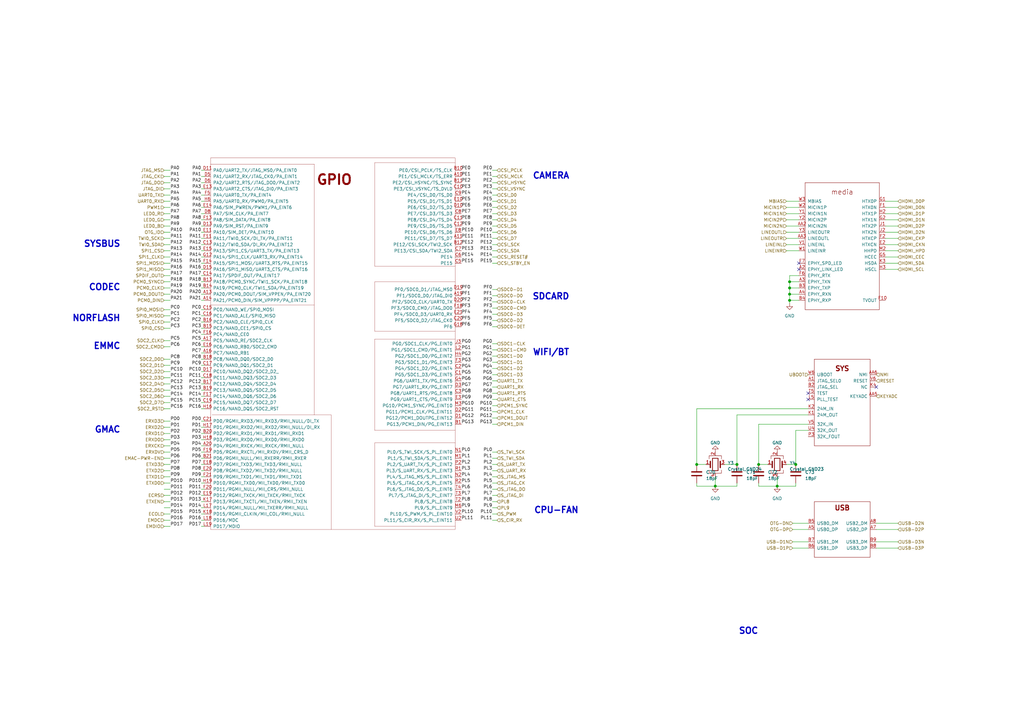
<source format=kicad_sch>
(kicad_sch (version 20210406) (generator eeschema)
  (paper "A3")
  (junction (at 285.75 190.5) (diameter 1.016))
  (junction (at 293.37 199.39) (diameter 1.016))
  (junction (at 302.26 190.5) (diameter 1.016))
  (junction (at 311.15 190.5) (diameter 1.016))
  (junction (at 318.77 199.39) (diameter 1.016))
  (junction (at 323.85 115.57) (diameter 1.016))
  (junction (at 323.85 118.11) (diameter 1.016))
  (junction (at 323.85 120.65) (diameter 1.016))
  (junction (at 323.85 123.19) (diameter 1.016))
  (junction (at 326.39 190.5) (diameter 1.016))
  (no_connect (at 327.66 107.95))
  (no_connect (at 327.66 110.49))
  (no_connect (at 331.47 161.29))
  (no_connect (at 331.47 163.83))
  (no_connect (at 359.41 158.75))
  (wire (pts (xy 67.31 69.85) (xy 69.85 69.85)))
  (wire (pts (xy 67.31 72.39) (xy 69.85 72.39)))
  (wire (pts (xy 67.31 74.93) (xy 69.85 74.93)))
  (wire (pts (xy 67.31 77.47) (xy 69.85 77.47)))
  (wire (pts (xy 67.31 80.01) (xy 69.85 80.01)))
  (wire (pts (xy 67.31 82.55) (xy 69.85 82.55)))
  (wire (pts (xy 67.31 85.09) (xy 69.85 85.09)))
  (wire (pts (xy 67.31 87.63) (xy 69.85 87.63)))
  (wire (pts (xy 67.31 90.17) (xy 69.85 90.17)))
  (wire (pts (xy 67.31 92.71) (xy 69.85 92.71)))
  (wire (pts (xy 67.31 95.25) (xy 69.85 95.25)))
  (wire (pts (xy 67.31 97.79) (xy 69.85 97.79)))
  (wire (pts (xy 67.31 100.33) (xy 69.85 100.33)))
  (wire (pts (xy 67.31 102.87) (xy 69.85 102.87)))
  (wire (pts (xy 67.31 105.41) (xy 69.85 105.41)))
  (wire (pts (xy 67.31 107.95) (xy 69.85 107.95)))
  (wire (pts (xy 67.31 110.49) (xy 69.85 110.49)))
  (wire (pts (xy 67.31 113.03) (xy 69.85 113.03)))
  (wire (pts (xy 67.31 115.57) (xy 69.85 115.57)))
  (wire (pts (xy 67.31 118.11) (xy 69.85 118.11)))
  (wire (pts (xy 67.31 120.65) (xy 69.85 120.65)))
  (wire (pts (xy 67.31 123.19) (xy 69.85 123.19)))
  (wire (pts (xy 67.31 127) (xy 69.85 127)))
  (wire (pts (xy 67.31 129.54) (xy 69.85 129.54)))
  (wire (pts (xy 67.31 132.08) (xy 69.85 132.08)))
  (wire (pts (xy 67.31 134.62) (xy 69.85 134.62)))
  (wire (pts (xy 67.31 139.7) (xy 69.85 139.7)))
  (wire (pts (xy 67.31 142.24) (xy 69.85 142.24)))
  (wire (pts (xy 67.31 147.32) (xy 69.85 147.32)))
  (wire (pts (xy 67.31 149.86) (xy 69.85 149.86)))
  (wire (pts (xy 67.31 152.4) (xy 69.85 152.4)))
  (wire (pts (xy 67.31 154.94) (xy 69.85 154.94)))
  (wire (pts (xy 67.31 157.48) (xy 69.85 157.48)))
  (wire (pts (xy 67.31 160.02) (xy 69.85 160.02)))
  (wire (pts (xy 67.31 162.56) (xy 69.85 162.56)))
  (wire (pts (xy 67.31 165.1) (xy 69.85 165.1)))
  (wire (pts (xy 67.31 167.64) (xy 69.85 167.64)))
  (wire (pts (xy 67.31 172.72) (xy 69.85 172.72)))
  (wire (pts (xy 67.31 175.26) (xy 69.85 175.26)))
  (wire (pts (xy 67.31 177.8) (xy 69.85 177.8)))
  (wire (pts (xy 67.31 180.34) (xy 69.85 180.34)))
  (wire (pts (xy 67.31 182.88) (xy 69.85 182.88)))
  (wire (pts (xy 67.31 185.42) (xy 69.85 185.42)))
  (wire (pts (xy 67.31 187.96) (xy 69.85 187.96)))
  (wire (pts (xy 67.31 190.5) (xy 69.85 190.5)))
  (wire (pts (xy 67.31 193.04) (xy 69.85 193.04)))
  (wire (pts (xy 67.31 195.58) (xy 69.85 195.58)))
  (wire (pts (xy 67.31 198.12) (xy 69.85 198.12)))
  (wire (pts (xy 67.31 200.66) (xy 69.85 200.66)))
  (wire (pts (xy 67.31 203.2) (xy 69.85 203.2)))
  (wire (pts (xy 67.31 205.74) (xy 69.85 205.74)))
  (wire (pts (xy 67.31 208.28) (xy 69.85 208.28)))
  (wire (pts (xy 67.31 210.82) (xy 69.85 210.82)))
  (wire (pts (xy 67.31 213.36) (xy 69.85 213.36)))
  (wire (pts (xy 67.31 215.9) (xy 69.85 215.9)))
  (wire (pts (xy 82.55 69.85) (xy 83.82 69.85)))
  (wire (pts (xy 82.55 72.39) (xy 83.82 72.39)))
  (wire (pts (xy 82.55 74.93) (xy 83.82 74.93)))
  (wire (pts (xy 82.55 77.47) (xy 83.82 77.47)))
  (wire (pts (xy 82.55 80.01) (xy 83.82 80.01)))
  (wire (pts (xy 82.55 82.55) (xy 83.82 82.55)))
  (wire (pts (xy 82.55 85.09) (xy 83.82 85.09)))
  (wire (pts (xy 82.55 87.63) (xy 83.82 87.63)))
  (wire (pts (xy 82.55 90.17) (xy 83.82 90.17)))
  (wire (pts (xy 82.55 92.71) (xy 83.82 92.71)))
  (wire (pts (xy 82.55 95.25) (xy 83.82 95.25)))
  (wire (pts (xy 82.55 97.79) (xy 83.82 97.79)))
  (wire (pts (xy 82.55 100.33) (xy 83.82 100.33)))
  (wire (pts (xy 82.55 102.87) (xy 83.82 102.87)))
  (wire (pts (xy 82.55 105.41) (xy 83.82 105.41)))
  (wire (pts (xy 82.55 107.95) (xy 83.82 107.95)))
  (wire (pts (xy 82.55 110.49) (xy 83.82 110.49)))
  (wire (pts (xy 82.55 113.03) (xy 83.82 113.03)))
  (wire (pts (xy 82.55 115.57) (xy 83.82 115.57)))
  (wire (pts (xy 82.55 118.11) (xy 83.82 118.11)))
  (wire (pts (xy 82.55 120.65) (xy 83.82 120.65)))
  (wire (pts (xy 82.55 123.19) (xy 83.82 123.19)))
  (wire (pts (xy 82.55 127) (xy 83.82 127)))
  (wire (pts (xy 82.55 129.54) (xy 83.82 129.54)))
  (wire (pts (xy 82.55 132.08) (xy 83.82 132.08)))
  (wire (pts (xy 82.55 134.62) (xy 83.82 134.62)))
  (wire (pts (xy 82.55 137.16) (xy 83.82 137.16)))
  (wire (pts (xy 82.55 139.7) (xy 83.82 139.7)))
  (wire (pts (xy 82.55 142.24) (xy 83.82 142.24)))
  (wire (pts (xy 82.55 144.78) (xy 83.82 144.78)))
  (wire (pts (xy 82.55 147.32) (xy 83.82 147.32)))
  (wire (pts (xy 82.55 149.86) (xy 83.82 149.86)))
  (wire (pts (xy 82.55 152.4) (xy 83.82 152.4)))
  (wire (pts (xy 82.55 154.94) (xy 83.82 154.94)))
  (wire (pts (xy 82.55 157.48) (xy 83.82 157.48)))
  (wire (pts (xy 82.55 160.02) (xy 83.82 160.02)))
  (wire (pts (xy 82.55 162.56) (xy 83.82 162.56)))
  (wire (pts (xy 82.55 165.1) (xy 83.82 165.1)))
  (wire (pts (xy 82.55 167.64) (xy 83.82 167.64)))
  (wire (pts (xy 82.55 172.72) (xy 83.82 172.72)))
  (wire (pts (xy 82.55 175.26) (xy 83.82 175.26)))
  (wire (pts (xy 82.55 177.8) (xy 83.82 177.8)))
  (wire (pts (xy 82.55 180.34) (xy 83.82 180.34)))
  (wire (pts (xy 82.55 182.88) (xy 83.82 182.88)))
  (wire (pts (xy 82.55 185.42) (xy 83.82 185.42)))
  (wire (pts (xy 82.55 187.96) (xy 83.82 187.96)))
  (wire (pts (xy 82.55 190.5) (xy 83.82 190.5)))
  (wire (pts (xy 82.55 193.04) (xy 83.82 193.04)))
  (wire (pts (xy 82.55 195.58) (xy 83.82 195.58)))
  (wire (pts (xy 82.55 198.12) (xy 83.82 198.12)))
  (wire (pts (xy 82.55 200.66) (xy 83.82 200.66)))
  (wire (pts (xy 82.55 203.2) (xy 83.82 203.2)))
  (wire (pts (xy 82.55 205.74) (xy 83.82 205.74)))
  (wire (pts (xy 82.55 208.28) (xy 83.82 208.28)))
  (wire (pts (xy 82.55 210.82) (xy 83.82 210.82)))
  (wire (pts (xy 82.55 213.36) (xy 83.82 213.36)))
  (wire (pts (xy 82.55 215.9) (xy 83.82 215.9)))
  (wire (pts (xy 201.93 69.85) (xy 203.835 69.85)))
  (wire (pts (xy 201.93 72.39) (xy 203.835 72.39)))
  (wire (pts (xy 201.93 74.93) (xy 203.835 74.93)))
  (wire (pts (xy 201.93 77.47) (xy 203.835 77.47)))
  (wire (pts (xy 201.93 80.01) (xy 203.835 80.01)))
  (wire (pts (xy 201.93 82.55) (xy 203.835 82.55)))
  (wire (pts (xy 201.93 85.09) (xy 203.835 85.09)))
  (wire (pts (xy 201.93 87.63) (xy 203.835 87.63)))
  (wire (pts (xy 201.93 90.17) (xy 203.835 90.17)))
  (wire (pts (xy 201.93 92.71) (xy 203.835 92.71)))
  (wire (pts (xy 201.93 95.25) (xy 203.835 95.25)))
  (wire (pts (xy 201.93 97.79) (xy 203.835 97.79)))
  (wire (pts (xy 201.93 100.33) (xy 203.835 100.33)))
  (wire (pts (xy 201.93 102.87) (xy 203.835 102.87)))
  (wire (pts (xy 201.93 105.41) (xy 203.835 105.41)))
  (wire (pts (xy 201.93 107.95) (xy 203.835 107.95)))
  (wire (pts (xy 201.93 118.745) (xy 203.835 118.745)))
  (wire (pts (xy 201.93 121.285) (xy 203.835 121.285)))
  (wire (pts (xy 201.93 123.825) (xy 203.835 123.825)))
  (wire (pts (xy 201.93 126.365) (xy 203.835 126.365)))
  (wire (pts (xy 201.93 128.905) (xy 203.835 128.905)))
  (wire (pts (xy 201.93 131.445) (xy 203.835 131.445)))
  (wire (pts (xy 201.93 133.985) (xy 203.835 133.985)))
  (wire (pts (xy 201.93 140.97) (xy 203.835 140.97)))
  (wire (pts (xy 201.93 143.51) (xy 203.835 143.51)))
  (wire (pts (xy 201.93 146.05) (xy 203.835 146.05)))
  (wire (pts (xy 201.93 148.59) (xy 203.835 148.59)))
  (wire (pts (xy 201.93 151.13) (xy 203.835 151.13)))
  (wire (pts (xy 201.93 153.67) (xy 203.835 153.67)))
  (wire (pts (xy 201.93 156.21) (xy 203.835 156.21)))
  (wire (pts (xy 201.93 158.75) (xy 203.835 158.75)))
  (wire (pts (xy 201.93 161.29) (xy 203.835 161.29)))
  (wire (pts (xy 201.93 163.83) (xy 203.835 163.83)))
  (wire (pts (xy 201.93 166.37) (xy 203.835 166.37)))
  (wire (pts (xy 201.93 168.91) (xy 203.835 168.91)))
  (wire (pts (xy 201.93 171.45) (xy 203.835 171.45)))
  (wire (pts (xy 201.93 173.99) (xy 203.835 173.99)))
  (wire (pts (xy 201.93 185.42) (xy 203.835 185.42)))
  (wire (pts (xy 201.93 187.96) (xy 203.835 187.96)))
  (wire (pts (xy 201.93 190.5) (xy 203.835 190.5)))
  (wire (pts (xy 201.93 193.04) (xy 203.835 193.04)))
  (wire (pts (xy 201.93 195.58) (xy 203.835 195.58)))
  (wire (pts (xy 201.93 198.12) (xy 203.835 198.12)))
  (wire (pts (xy 201.93 200.66) (xy 203.835 200.66)))
  (wire (pts (xy 201.93 203.2) (xy 203.835 203.2)))
  (wire (pts (xy 201.93 205.74) (xy 203.835 205.74)))
  (wire (pts (xy 201.93 208.28) (xy 203.835 208.28)))
  (wire (pts (xy 201.93 210.82) (xy 203.835 210.82)))
  (wire (pts (xy 201.93 213.36) (xy 203.835 213.36)))
  (wire (pts (xy 285.75 167.64) (xy 285.75 190.5)))
  (wire (pts (xy 285.75 190.5) (xy 289.56 190.5)))
  (wire (pts (xy 285.75 198.12) (xy 285.75 199.39)))
  (wire (pts (xy 285.75 199.39) (xy 293.37 199.39)))
  (wire (pts (xy 293.37 199.39) (xy 293.37 195.58)))
  (wire (pts (xy 293.37 199.39) (xy 302.26 199.39)))
  (wire (pts (xy 302.26 170.18) (xy 302.26 190.5)))
  (wire (pts (xy 302.26 190.5) (xy 297.18 190.5)))
  (wire (pts (xy 302.26 198.12) (xy 302.26 199.39)))
  (wire (pts (xy 311.15 173.99) (xy 311.15 190.5)))
  (wire (pts (xy 311.15 190.5) (xy 314.96 190.5)))
  (wire (pts (xy 311.15 198.12) (xy 311.15 199.39)))
  (wire (pts (xy 311.15 199.39) (xy 318.77 199.39)))
  (wire (pts (xy 318.77 199.39) (xy 318.77 195.58)))
  (wire (pts (xy 318.77 199.39) (xy 326.39 199.39)))
  (wire (pts (xy 322.58 82.55) (xy 327.66 82.55)))
  (wire (pts (xy 322.58 85.09) (xy 327.66 85.09)))
  (wire (pts (xy 322.58 87.63) (xy 327.66 87.63)))
  (wire (pts (xy 322.58 90.17) (xy 327.66 90.17)))
  (wire (pts (xy 322.58 92.71) (xy 327.66 92.71)))
  (wire (pts (xy 322.58 95.25) (xy 327.66 95.25)))
  (wire (pts (xy 322.58 97.79) (xy 327.66 97.79)))
  (wire (pts (xy 322.58 100.33) (xy 327.66 100.33)))
  (wire (pts (xy 322.58 102.87) (xy 327.66 102.87)))
  (wire (pts (xy 323.85 113.03) (xy 323.85 115.57)))
  (wire (pts (xy 323.85 113.03) (xy 327.66 113.03)))
  (wire (pts (xy 323.85 115.57) (xy 323.85 118.11)))
  (wire (pts (xy 323.85 115.57) (xy 327.66 115.57)))
  (wire (pts (xy 323.85 118.11) (xy 323.85 120.65)))
  (wire (pts (xy 323.85 118.11) (xy 327.66 118.11)))
  (wire (pts (xy 323.85 120.65) (xy 323.85 123.19)))
  (wire (pts (xy 323.85 120.65) (xy 327.66 120.65)))
  (wire (pts (xy 323.85 123.19) (xy 323.85 124.46)))
  (wire (pts (xy 323.85 123.19) (xy 327.66 123.19)))
  (wire (pts (xy 325.12 214.63) (xy 331.47 214.63)))
  (wire (pts (xy 325.12 217.17) (xy 331.47 217.17)))
  (wire (pts (xy 325.12 222.25) (xy 331.47 222.25)))
  (wire (pts (xy 325.12 224.79) (xy 331.47 224.79)))
  (wire (pts (xy 326.39 176.53) (xy 326.39 190.5)))
  (wire (pts (xy 326.39 190.5) (xy 322.58 190.5)))
  (wire (pts (xy 326.39 199.39) (xy 326.39 198.12)))
  (wire (pts (xy 331.47 167.64) (xy 285.75 167.64)))
  (wire (pts (xy 331.47 170.18) (xy 302.26 170.18)))
  (wire (pts (xy 331.47 173.99) (xy 311.15 173.99)))
  (wire (pts (xy 331.47 176.53) (xy 326.39 176.53)))
  (wire (pts (xy 368.3 82.55) (xy 363.22 82.55)))
  (wire (pts (xy 368.3 85.09) (xy 363.22 85.09)))
  (wire (pts (xy 368.3 87.63) (xy 363.22 87.63)))
  (wire (pts (xy 368.3 90.17) (xy 363.22 90.17)))
  (wire (pts (xy 368.3 92.71) (xy 363.22 92.71)))
  (wire (pts (xy 368.3 95.25) (xy 363.22 95.25)))
  (wire (pts (xy 368.3 97.79) (xy 363.22 97.79)))
  (wire (pts (xy 368.3 100.33) (xy 363.22 100.33)))
  (wire (pts (xy 368.3 102.87) (xy 363.22 102.87)))
  (wire (pts (xy 368.3 105.41) (xy 363.22 105.41)))
  (wire (pts (xy 368.3 107.95) (xy 363.22 107.95)))
  (wire (pts (xy 368.3 110.49) (xy 363.22 110.49)))
  (wire (pts (xy 368.3 214.63) (xy 359.41 214.63)))
  (wire (pts (xy 368.3 217.17) (xy 359.41 217.17)))
  (wire (pts (xy 368.3 222.25) (xy 359.41 222.25)))
  (wire (pts (xy 368.3 224.79) (xy 359.41 224.79)))
  (text "SYSBUS" (at 49.53 101.6 180) (effects (font (size 2.54 2.54) (thickness 0.508) bold) (justify right bottom)))
  (text "CODEC" (at 49.53 119.38 180) (effects (font (size 2.54 2.54) (thickness 0.508) bold) (justify right bottom)))
  (text "NORFLASH" (at 49.53 132.08 180) (effects (font (size 2.54 2.54) (thickness 0.508) bold) (justify right bottom)))
  (text "EMMC" (at 49.53 143.51 180) (effects (font (size 2.54 2.54) (thickness 0.508) bold) (justify right bottom)))
  (text "GMAC" (at 49.53 177.8 180) (effects (font (size 2.54 2.54) (thickness 0.508) bold) (justify right bottom)))
  (text "CAMERA" (at 233.68 73.66 180) (effects (font (size 2.54 2.54) (thickness 0.508) bold) (justify right bottom)))
  (text "SDCARD" (at 233.68 123.19 180) (effects (font (size 2.54 2.54) (thickness 0.508) bold) (justify right bottom)))
  (text "WIFI/BT" (at 233.68 146.05 180) (effects (font (size 2.54 2.54) (thickness 0.508) bold) (justify right bottom)))
  (text "CPU-FAN" (at 237.49 210.82 180) (effects (font (size 2.54 2.54) (thickness 0.508) bold) (justify right bottom)))
  (text "SOC" (at 311.15 260.35 180) (effects (font (size 2.54 2.54) (thickness 0.508) bold) (justify right bottom)))
  (label "PA0" (at 69.85 69.85 0))
  (label "PA1" (at 69.85 72.39 0))
  (label "PA2" (at 69.85 74.93 0))
  (label "PA3" (at 69.85 77.47 0))
  (label "PA4" (at 69.85 80.01 0))
  (label "PA5" (at 69.85 82.55 0))
  (label "PA6" (at 69.85 85.09 0))
  (label "PA7" (at 69.85 87.63 0))
  (label "PA8" (at 69.85 90.17 0))
  (label "PA9" (at 69.85 92.71 0))
  (label "PA10" (at 69.85 95.25 0))
  (label "PA11" (at 69.85 97.79 0))
  (label "PA12" (at 69.85 100.33 0))
  (label "PA13" (at 69.85 102.87 0))
  (label "PA14" (at 69.85 105.41 0))
  (label "PA15" (at 69.85 107.95 0))
  (label "PA16" (at 69.85 110.49 0))
  (label "PA17" (at 69.85 113.03 0))
  (label "PA18" (at 69.85 115.57 0))
  (label "PA19" (at 69.85 118.11 0))
  (label "PA20" (at 69.85 120.65 0))
  (label "PA21" (at 69.85 123.19 0))
  (label "PC0" (at 69.85 127 0))
  (label "PC1" (at 69.85 129.54 0))
  (label "PC2" (at 69.85 132.08 0))
  (label "PC3" (at 69.85 134.62 0))
  (label "PC5" (at 69.85 139.7 0))
  (label "PC6" (at 69.85 142.24 0))
  (label "PC8" (at 69.85 147.32 0))
  (label "PC9" (at 69.85 149.86 0))
  (label "PC10" (at 69.85 152.4 0))
  (label "PC11" (at 69.85 154.94 0))
  (label "PC12" (at 69.85 157.48 0))
  (label "PC13" (at 69.85 160.02 0))
  (label "PC14" (at 69.85 162.56 0))
  (label "PC15" (at 69.85 165.1 0))
  (label "PC16" (at 69.85 167.64 0))
  (label "PD0" (at 69.85 172.72 0))
  (label "PD1" (at 69.85 175.26 0))
  (label "PD2" (at 69.85 177.8 0))
  (label "PD3" (at 69.85 180.34 0))
  (label "PD4" (at 69.85 182.88 0))
  (label "PD5" (at 69.85 185.42 0))
  (label "PD6" (at 69.85 187.96 0))
  (label "PD7" (at 69.85 190.5 0))
  (label "PD8" (at 69.85 193.04 0))
  (label "PD9" (at 69.85 195.58 0))
  (label "PD10" (at 69.85 198.12 0))
  (label "PD11" (at 69.85 200.66 0))
  (label "PD12" (at 69.85 203.2 0))
  (label "PD13" (at 69.85 205.74 0))
  (label "PD14" (at 69.85 208.28 0))
  (label "PD15" (at 69.85 210.82 0))
  (label "PD16" (at 69.85 213.36 0))
  (label "PD17" (at 69.85 215.9 0))
  (label "PA0" (at 82.55 69.85 180))
  (label "PA1" (at 82.55 72.39 180))
  (label "PA2" (at 82.55 74.93 180))
  (label "PA3" (at 82.55 77.47 180))
  (label "PA4" (at 82.55 80.01 180))
  (label "PA5" (at 82.55 82.55 180))
  (label "PA6" (at 82.55 85.09 180))
  (label "PA7" (at 82.55 87.63 180))
  (label "PA8" (at 82.55 90.17 180))
  (label "PA9" (at 82.55 92.71 180))
  (label "PA10" (at 82.55 95.25 180))
  (label "PA11" (at 82.55 97.79 180))
  (label "PA12" (at 82.55 100.33 180))
  (label "PA13" (at 82.55 102.87 180))
  (label "PA14" (at 82.55 105.41 180))
  (label "PA15" (at 82.55 107.95 180))
  (label "PA16" (at 82.55 110.49 180))
  (label "PA17" (at 82.55 113.03 180))
  (label "PA18" (at 82.55 115.57 180))
  (label "PA19" (at 82.55 118.11 180))
  (label "PA20" (at 82.55 120.65 180))
  (label "PA21" (at 82.55 123.19 180))
  (label "PC0" (at 82.55 127 180))
  (label "PC1" (at 82.55 129.54 180))
  (label "PC2" (at 82.55 132.08 180))
  (label "PC3" (at 82.55 134.62 180))
  (label "PC4" (at 82.55 137.16 180))
  (label "PC5" (at 82.55 139.7 180))
  (label "PC6" (at 82.55 142.24 180))
  (label "PC7" (at 82.55 144.78 180))
  (label "PC8" (at 82.55 147.32 180))
  (label "PC9" (at 82.55 149.86 180))
  (label "PC10" (at 82.55 152.4 180))
  (label "PC11" (at 82.55 154.94 180))
  (label "PC12" (at 82.55 157.48 180))
  (label "PC13" (at 82.55 160.02 180))
  (label "PC14" (at 82.55 162.56 180))
  (label "PC15" (at 82.55 165.1 180))
  (label "PC16" (at 82.55 167.64 180))
  (label "PD0" (at 82.55 172.72 180))
  (label "PD1" (at 82.55 175.26 180))
  (label "PD2" (at 82.55 177.8 180))
  (label "PD3" (at 82.55 180.34 180))
  (label "PD4" (at 82.55 182.88 180))
  (label "PD5" (at 82.55 185.42 180))
  (label "PD6" (at 82.55 187.96 180))
  (label "PD7" (at 82.55 190.5 180))
  (label "PD8" (at 82.55 193.04 180))
  (label "PD9" (at 82.55 195.58 180))
  (label "PD10" (at 82.55 198.12 180))
  (label "PD11" (at 82.55 200.66 180))
  (label "PD12" (at 82.55 203.2 180))
  (label "PD13" (at 82.55 205.74 180))
  (label "PD14" (at 82.55 208.28 180))
  (label "PD15" (at 82.55 210.82 180))
  (label "PD16" (at 82.55 213.36 180))
  (label "PD17" (at 82.55 215.9 180))
  (label "PE0" (at 189.23 69.85 0))
  (label "PE1" (at 189.23 72.39 0))
  (label "PE2" (at 189.23 74.93 0))
  (label "PE3" (at 189.23 77.47 0))
  (label "PE4" (at 189.23 80.01 0))
  (label "PE5" (at 189.23 82.55 0))
  (label "PE6" (at 189.23 85.09 0))
  (label "PE7" (at 189.23 87.63 0))
  (label "PE8" (at 189.23 90.17 0))
  (label "PE9" (at 189.23 92.71 0))
  (label "PE10" (at 189.23 95.25 0))
  (label "PE11" (at 189.23 97.79 0))
  (label "PE12" (at 189.23 100.33 0))
  (label "PE13" (at 189.23 102.87 0))
  (label "PE14" (at 189.23 105.41 0))
  (label "PE15" (at 189.23 107.95 0))
  (label "PF0" (at 189.23 118.745 0))
  (label "PF1" (at 189.23 121.285 0))
  (label "PF2" (at 189.23 123.825 0))
  (label "PF3" (at 189.23 126.365 0))
  (label "PF4" (at 189.23 128.905 0))
  (label "PF5" (at 189.23 131.445 0))
  (label "PF6" (at 189.23 133.985 0))
  (label "PG0" (at 189.23 140.97 0))
  (label "PG1" (at 189.23 143.51 0))
  (label "PG2" (at 189.23 146.05 0))
  (label "PG3" (at 189.23 148.59 0))
  (label "PG4" (at 189.23 151.13 0))
  (label "PG5" (at 189.23 153.67 0))
  (label "PG6" (at 189.23 156.21 0))
  (label "PG7" (at 189.23 158.75 0))
  (label "PG8" (at 189.23 161.29 0))
  (label "PG9" (at 189.23 163.83 0))
  (label "PG10" (at 189.23 166.37 0))
  (label "PG11" (at 189.23 168.91 0))
  (label "PG12" (at 189.23 171.45 0))
  (label "PG13" (at 189.23 173.99 0))
  (label "PL0" (at 189.23 185.42 0))
  (label "PL1" (at 189.23 187.96 0))
  (label "PL2" (at 189.23 190.5 0))
  (label "PL3" (at 189.23 193.04 0))
  (label "PL4" (at 189.23 195.58 0))
  (label "PL5" (at 189.23 198.12 0))
  (label "PL6" (at 189.23 200.66 0))
  (label "PL7" (at 189.23 203.2 0))
  (label "PL8" (at 189.23 205.74 0))
  (label "PL9" (at 189.23 208.28 0))
  (label "PL10" (at 189.23 210.82 0))
  (label "PL11" (at 189.23 213.36 0))
  (label "PE0" (at 201.93 69.85 180))
  (label "PE1" (at 201.93 72.39 180))
  (label "PE2" (at 201.93 74.93 180))
  (label "PE3" (at 201.93 77.47 180))
  (label "PE4" (at 201.93 80.01 180))
  (label "PE5" (at 201.93 82.55 180))
  (label "PE6" (at 201.93 85.09 180))
  (label "PE7" (at 201.93 87.63 180))
  (label "PE8" (at 201.93 90.17 180))
  (label "PE9" (at 201.93 92.71 180))
  (label "PE10" (at 201.93 95.25 180))
  (label "PE11" (at 201.93 97.79 180))
  (label "PE12" (at 201.93 100.33 180))
  (label "PE13" (at 201.93 102.87 180))
  (label "PE14" (at 201.93 105.41 180))
  (label "PE15" (at 201.93 107.95 180))
  (label "PF0" (at 201.93 118.745 180))
  (label "PF1" (at 201.93 121.285 180))
  (label "PF2" (at 201.93 123.825 180))
  (label "PF3" (at 201.93 126.365 180))
  (label "PF4" (at 201.93 128.905 180))
  (label "PF5" (at 201.93 131.445 180))
  (label "PF6" (at 201.93 133.985 180))
  (label "PG0" (at 201.93 140.97 180))
  (label "PG1" (at 201.93 143.51 180))
  (label "PG2" (at 201.93 146.05 180))
  (label "PG3" (at 201.93 148.59 180))
  (label "PG4" (at 201.93 151.13 180))
  (label "PG5" (at 201.93 153.67 180))
  (label "PG6" (at 201.93 156.21 180))
  (label "PG7" (at 201.93 158.75 180))
  (label "PG8" (at 201.93 161.29 180))
  (label "PG9" (at 201.93 163.83 180))
  (label "PG10" (at 201.93 166.37 180))
  (label "PG11" (at 201.93 168.91 180))
  (label "PG12" (at 201.93 171.45 180))
  (label "PG13" (at 201.93 173.99 180))
  (label "PL0" (at 201.93 185.42 180))
  (label "PL1" (at 201.93 187.96 180))
  (label "PL2" (at 201.93 190.5 180))
  (label "PL3" (at 201.93 193.04 180))
  (label "PL4" (at 201.93 195.58 180))
  (label "PL5" (at 201.93 198.12 180))
  (label "PL6" (at 201.93 200.66 180))
  (label "PL7" (at 201.93 203.2 180))
  (label "PL8" (at 201.93 205.74 180))
  (label "PL9" (at 201.93 208.28 180))
  (label "PL10" (at 201.93 210.82 180))
  (label "PL11" (at 201.93 213.36 180))
  (hierarchical_label "JTAG_MS" (shape input) (at 67.31 69.85 180))
  (hierarchical_label "JTAG_CK" (shape input) (at 67.31 72.39 180))
  (hierarchical_label "JTAG_DO" (shape input) (at 67.31 74.93 180))
  (hierarchical_label "JTAG_DI" (shape input) (at 67.31 77.47 180))
  (hierarchical_label "UART0_TX" (shape input) (at 67.31 80.01 180))
  (hierarchical_label "UART0_RX" (shape input) (at 67.31 82.55 180))
  (hierarchical_label "PWM1" (shape input) (at 67.31 85.09 180))
  (hierarchical_label "LED0_R" (shape input) (at 67.31 87.63 180))
  (hierarchical_label "LED0_G" (shape input) (at 67.31 90.17 180))
  (hierarchical_label "LED0_B" (shape input) (at 67.31 92.71 180))
  (hierarchical_label "OTG_ID" (shape input) (at 67.31 95.25 180))
  (hierarchical_label "TWI0_SCK" (shape input) (at 67.31 97.79 180))
  (hierarchical_label "TWI0_SDA" (shape input) (at 67.31 100.33 180))
  (hierarchical_label "SPI1_CS" (shape input) (at 67.31 102.87 180))
  (hierarchical_label "SPI1_CLK" (shape input) (at 67.31 105.41 180))
  (hierarchical_label "SPI1_MOSI" (shape input) (at 67.31 107.95 180))
  (hierarchical_label "SPI1_MISO" (shape input) (at 67.31 110.49 180))
  (hierarchical_label "SPDIF_OUT" (shape input) (at 67.31 113.03 180))
  (hierarchical_label "PCM0_SYNC" (shape input) (at 67.31 115.57 180))
  (hierarchical_label "PCM0_CLK" (shape input) (at 67.31 118.11 180))
  (hierarchical_label "PCM0_DOUT" (shape input) (at 67.31 120.65 180))
  (hierarchical_label "PCM0_DIN" (shape input) (at 67.31 123.19 180))
  (hierarchical_label "SPI0_MOSI" (shape input) (at 67.31 127 180))
  (hierarchical_label "SPI0_MISO" (shape input) (at 67.31 129.54 180))
  (hierarchical_label "SPI0_CLK" (shape input) (at 67.31 132.08 180))
  (hierarchical_label "SPI0_CS" (shape input) (at 67.31 134.62 180))
  (hierarchical_label "SDC2_CLK" (shape input) (at 67.31 139.7 180))
  (hierarchical_label "SDC2_CMD" (shape input) (at 67.31 142.24 180))
  (hierarchical_label "SDC2_D0" (shape input) (at 67.31 147.32 180))
  (hierarchical_label "SDC2_D1" (shape input) (at 67.31 149.86 180))
  (hierarchical_label "SDC2_D2" (shape input) (at 67.31 152.4 180))
  (hierarchical_label "SDC2_D3" (shape input) (at 67.31 154.94 180))
  (hierarchical_label "SDC2_D4" (shape input) (at 67.31 157.48 180))
  (hierarchical_label "SDC2_D5" (shape input) (at 67.31 160.02 180))
  (hierarchical_label "SDC2_D6" (shape input) (at 67.31 162.56 180))
  (hierarchical_label "SDC2_D7" (shape input) (at 67.31 165.1 180))
  (hierarchical_label "SDC2_RST" (shape input) (at 67.31 167.64 180))
  (hierarchical_label "ERXD3" (shape input) (at 67.31 172.72 180))
  (hierarchical_label "ERXD2" (shape input) (at 67.31 175.26 180))
  (hierarchical_label "ERXD1" (shape input) (at 67.31 177.8 180))
  (hierarchical_label "ERXD0" (shape input) (at 67.31 180.34 180))
  (hierarchical_label "ERXCK" (shape input) (at 67.31 182.88 180))
  (hierarchical_label "ERXDV" (shape input) (at 67.31 185.42 180))
  (hierarchical_label "EMAC-PWR-EN" (shape input) (at 67.31 187.96 180))
  (hierarchical_label "ETXD3" (shape input) (at 67.31 190.5 180))
  (hierarchical_label "ETXD2" (shape input) (at 67.31 193.04 180))
  (hierarchical_label "ETXD1" (shape input) (at 67.31 195.58 180))
  (hierarchical_label "ETXD0" (shape input) (at 67.31 198.12 180))
  (hierarchical_label "ECRS" (shape input) (at 67.31 203.2 180))
  (hierarchical_label "ETXEN" (shape input) (at 67.31 205.74 180))
  (hierarchical_label "ECOL" (shape input) (at 67.31 210.82 180))
  (hierarchical_label "EMDC" (shape input) (at 67.31 213.36 180))
  (hierarchical_label "EMDIO" (shape input) (at 67.31 215.9 180))
  (hierarchical_label "CSI_PCLK" (shape input) (at 203.835 69.85 0))
  (hierarchical_label "CSI_MCLK" (shape input) (at 203.835 72.39 0))
  (hierarchical_label "CSI_HSYNC" (shape input) (at 203.835 74.93 0))
  (hierarchical_label "CSI_VSYNC" (shape input) (at 203.835 77.47 0))
  (hierarchical_label "CSI_D0" (shape input) (at 203.835 80.01 0))
  (hierarchical_label "CSI_D1" (shape input) (at 203.835 82.55 0))
  (hierarchical_label "CSI_D2" (shape input) (at 203.835 85.09 0))
  (hierarchical_label "CSI_D3" (shape input) (at 203.835 87.63 0))
  (hierarchical_label "CSI_D4" (shape input) (at 203.835 90.17 0))
  (hierarchical_label "CSI_D5" (shape input) (at 203.835 92.71 0))
  (hierarchical_label "CSI_D6" (shape input) (at 203.835 95.25 0))
  (hierarchical_label "CSI_D7" (shape input) (at 203.835 97.79 0))
  (hierarchical_label "CSI_SCK" (shape input) (at 203.835 100.33 0))
  (hierarchical_label "CSI_SDA" (shape input) (at 203.835 102.87 0))
  (hierarchical_label "CSI_RESET#" (shape input) (at 203.835 105.41 0))
  (hierarchical_label "CSI_STBY_EN" (shape input) (at 203.835 107.95 0))
  (hierarchical_label "SDC0-D1" (shape input) (at 203.835 118.745 0))
  (hierarchical_label "SDC0-D0" (shape input) (at 203.835 121.285 0))
  (hierarchical_label "SDC0-CLK" (shape input) (at 203.835 123.825 0))
  (hierarchical_label "SDC0-CMD" (shape input) (at 203.835 126.365 0))
  (hierarchical_label "SDC0-D3" (shape input) (at 203.835 128.905 0))
  (hierarchical_label "SDC0-D2" (shape input) (at 203.835 131.445 0))
  (hierarchical_label "SDC0-DET" (shape input) (at 203.835 133.985 0))
  (hierarchical_label "SDC1-CLK" (shape input) (at 203.835 140.97 0))
  (hierarchical_label "SDC1-CMD" (shape input) (at 203.835 143.51 0))
  (hierarchical_label "SDC1-D0" (shape input) (at 203.835 146.05 0))
  (hierarchical_label "SDC1-D1" (shape input) (at 203.835 148.59 0))
  (hierarchical_label "SDC1-D2" (shape input) (at 203.835 151.13 0))
  (hierarchical_label "SDC1-D3" (shape input) (at 203.835 153.67 0))
  (hierarchical_label "UART1_TX" (shape input) (at 203.835 156.21 0))
  (hierarchical_label "UART1_RX" (shape input) (at 203.835 158.75 0))
  (hierarchical_label "UART1_RTS" (shape input) (at 203.835 161.29 0))
  (hierarchical_label "UART1_CTS" (shape input) (at 203.835 163.83 0))
  (hierarchical_label "PCM1_SYNC" (shape input) (at 203.835 166.37 0))
  (hierarchical_label "PCM1_CLK" (shape input) (at 203.835 168.91 0))
  (hierarchical_label "PCM1_DOUT" (shape input) (at 203.835 171.45 0))
  (hierarchical_label "PCM1_DIN" (shape input) (at 203.835 173.99 0))
  (hierarchical_label "S_TWI_SCK" (shape input) (at 203.835 185.42 0))
  (hierarchical_label "S_TWI_SDA" (shape input) (at 203.835 187.96 0))
  (hierarchical_label "S_UART_TX" (shape input) (at 203.835 190.5 0))
  (hierarchical_label "S_UART_RX" (shape input) (at 203.835 193.04 0))
  (hierarchical_label "S_JTAG_MS" (shape input) (at 203.835 195.58 0))
  (hierarchical_label "S_JTAG_CK" (shape input) (at 203.835 198.12 0))
  (hierarchical_label "S_JTAG_DO" (shape input) (at 203.835 200.66 0))
  (hierarchical_label "S_JTAG_DI" (shape input) (at 203.835 203.2 0))
  (hierarchical_label "PL8" (shape input) (at 203.835 205.74 0))
  (hierarchical_label "PL9" (shape input) (at 203.835 208.28 0))
  (hierarchical_label "S_PWM" (shape input) (at 203.835 210.82 0))
  (hierarchical_label "S_CIR_RX" (shape input) (at 203.835 213.36 0))
  (hierarchical_label "MBIAS" (shape input) (at 322.58 82.55 180))
  (hierarchical_label "MICIN1P" (shape input) (at 322.58 85.09 180))
  (hierarchical_label "MICIN1N" (shape input) (at 322.58 87.63 180))
  (hierarchical_label "MICIN2P" (shape input) (at 322.58 90.17 180))
  (hierarchical_label "MICIN2N" (shape input) (at 322.58 92.71 180))
  (hierarchical_label "LINEOUTL" (shape input) (at 322.58 95.25 180))
  (hierarchical_label "LINEOUTR" (shape input) (at 322.58 97.79 180))
  (hierarchical_label "LINEINL" (shape input) (at 322.58 100.33 180))
  (hierarchical_label "LINEINR" (shape input) (at 322.58 102.87 180))
  (hierarchical_label "OTG-DN" (shape input) (at 325.12 214.63 180))
  (hierarchical_label "OTG-DP" (shape input) (at 325.12 217.17 180))
  (hierarchical_label "USB-D1N" (shape input) (at 325.12 222.25 180))
  (hierarchical_label "USB-D1P" (shape input) (at 325.12 224.79 180))
  (hierarchical_label "UBOOT" (shape input) (at 331.47 153.67 180))
  (hierarchical_label "NMI" (shape input) (at 359.41 153.67 0))
  (hierarchical_label "RESET" (shape input) (at 359.41 156.21 0))
  (hierarchical_label "KEYADC" (shape input) (at 359.41 162.56 0))
  (hierarchical_label "HDMI_D0P" (shape input) (at 368.3 82.55 0))
  (hierarchical_label "HDMI_D0N" (shape input) (at 368.3 85.09 0))
  (hierarchical_label "HDMI_D1P" (shape input) (at 368.3 87.63 0))
  (hierarchical_label "HDMI_D1N" (shape input) (at 368.3 90.17 0))
  (hierarchical_label "HDMI_D2P" (shape input) (at 368.3 92.71 0))
  (hierarchical_label "HDMI_D2N" (shape input) (at 368.3 95.25 0))
  (hierarchical_label "HDMI_CKP" (shape input) (at 368.3 97.79 0))
  (hierarchical_label "HDMI_CKN" (shape input) (at 368.3 100.33 0))
  (hierarchical_label "HDMI_HPD" (shape input) (at 368.3 102.87 0))
  (hierarchical_label "HDMI_CEC" (shape input) (at 368.3 105.41 0))
  (hierarchical_label "HDMI_SDA" (shape input) (at 368.3 107.95 0))
  (hierarchical_label "HDMI_SCL" (shape input) (at 368.3 110.49 0))
  (hierarchical_label "USB-D2N" (shape input) (at 368.3 214.63 0))
  (hierarchical_label "USB-D2P" (shape input) (at 368.3 217.17 0))
  (hierarchical_label "USB-D3N" (shape input) (at 368.3 222.25 0))
  (hierarchical_label "USB-D3P" (shape input) (at 368.3 224.79 0))
  (symbol (lib_id "power:GND") (at 293.37 185.42 180) (unit 1)
    (property "Reference" "#PWR0200" (effects hide))
    (property "Value" "GND" (at 293.37 181.61 0))
  )
  (symbol (lib_id "power:GND") (at 293.37 199.39 0) (unit 1)
    (property "Reference" "#PWR0204" (effects hide))
    (property "Value" "GND" (at 293.37 204.47 0))
  )
  (symbol (lib_id "power:GND") (at 318.77 185.42 180) (unit 1)
    (property "Reference" "#PWR0201" (effects hide))
    (property "Value" "GND" (at 318.77 181.61 0))
  )
  (symbol (lib_id "power:GND") (at 318.77 199.39 0) (unit 1)
    (property "Reference" "#PWR0203" (effects hide))
    (property "Value" "GND" (at 318.77 204.47 0))
  )
  (symbol (lib_id "power:GND") (at 323.85 124.46 0) (unit 1)
    (property "Reference" "#PWR0183" (effects hide))
    (property "Value" "GND" (at 323.85 129.54 0))
  )
  (symbol (lib_id "Device:C") (at 285.75 194.31 0) (unit 1)
    (property "Reference" "C70" (at 289.56 193.6749 0) (effects (justify left)))
    (property "Value" "18pF" (at 289.56 196.2149 0) (effects (justify left)))
    (property "Footprint" "Capacitor_SMD:C_0402_1005Metric" (effects hide))
  )
  (symbol (lib_id "Device:C") (at 302.26 194.31 0) (unit 1)
    (property "Reference" "C71" (at 306.07 193.6749 0) (effects (justify left)))
    (property "Value" "18pF" (at 306.07 196.2149 0) (effects (justify left)))
    (property "Footprint" "Capacitor_SMD:C_0402_1005Metric" (effects hide))
  )
  (symbol (lib_id "Device:C") (at 311.15 194.31 0) (unit 1)
    (property "Reference" "C72" (at 314.96 193.6749 0) (effects (justify left)))
    (property "Value" "18pF" (at 314.96 196.2149 0) (effects (justify left)))
    (property "Footprint" "Capacitor_SMD:C_0402_1005Metric" (effects hide))
  )
  (symbol (lib_id "Device:C") (at 326.39 194.31 0) (unit 1)
    (property "Reference" "C73" (at 330.2 193.6749 0) (effects (justify left)))
    (property "Value" "18pF" (at 330.2 196.2149 0) (effects (justify left)))
    (property "Footprint" "Capacitor_SMD:C_0402_1005Metric" (effects hide))
  )
  (symbol (lib_id "Device:Crystal_GND24") (at 293.37 190.5 0) (unit 1)
    (property "Reference" "Y3" (at 298.45 189.8649 0) (effects (justify left)))
    (property "Value" "Crystal_GND24" (at 298.45 192.4049 0) (effects (justify left)))
    (property "Footprint" "Crystal:Crystal_SMD_SeikoEpson_FA238-4Pin_3.2x2.5mm" (effects hide))
  )
  (symbol (lib_id "Device:Crystal_GND23") (at 318.77 190.5 0) (unit 1)
    (property "Reference" "Y4" (at 323.85 189.8649 0) (effects (justify left)))
    (property "Value" "Crystal_GND23" (at 323.85 192.4049 0) (effects (justify left)))
    (property "Footprint" "Crystal:Crystal_SMD_SeikoEpson_MC306-4Pin_8.0x3.2mm" (effects hide))
  )
  (symbol (lib_id "h3:h3") (at 345.44 217.17 0) (unit 6)
    (property "Reference" "U1" (effects hide))
    (property "Value" "h3" (effects hide))
    (property "Footprint" "h3:H3" (effects hide))
  )
  (symbol (lib_id "h3:h3") (at 345.44 167.64 0) (unit 7)
    (property "Reference" "U1" (effects hide))
    (property "Value" "h3" (effects hide))
    (property "Footprint" "h3:H3" (effects hide))
  )
  (symbol (lib_id "h3:h3") (at 345.44 105.41 0) (unit 3)
    (property "Reference" "U1" (effects hide))
    (property "Value" "h3" (effects hide))
    (property "Footprint" "h3:H3" (effects hide))
  )
  (symbol (lib_id "h3:h3") (at 137.16 144.78 0) (unit 2)
    (property "Reference" "U1" (effects hide))
    (property "Value" "h3" (effects hide))
    (property "Footprint" "h3:H3" (effects hide))
  )
)
</source>
